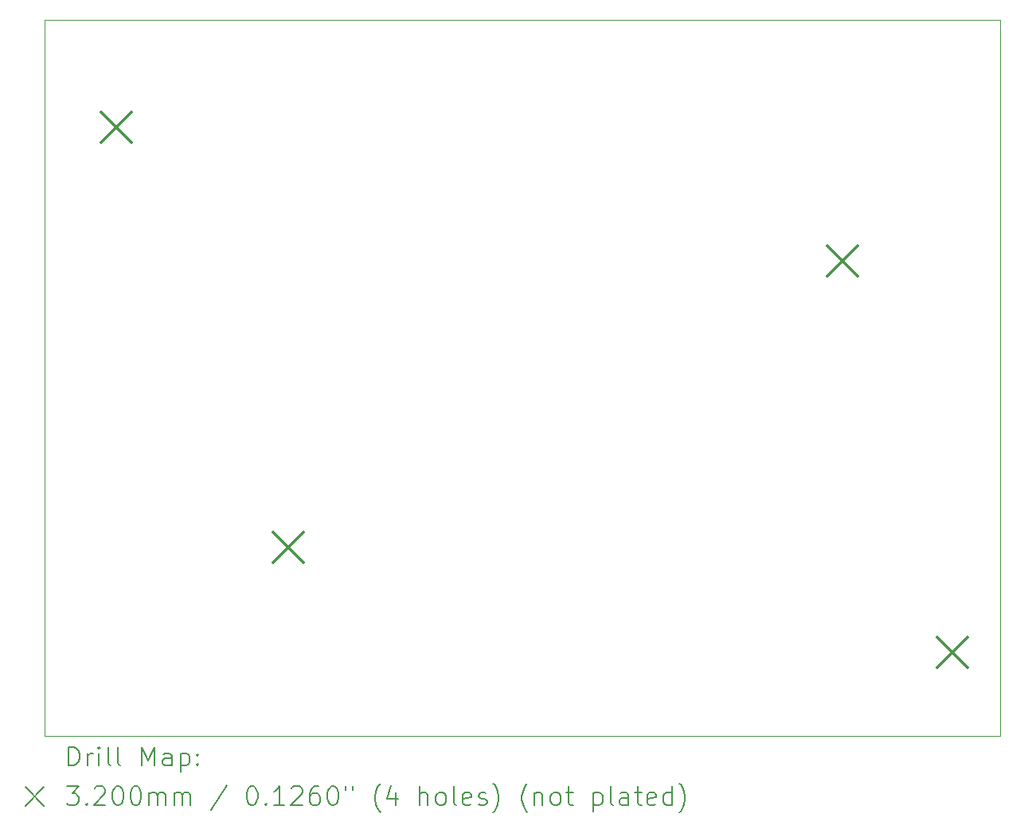
<source format=gbr>
%TF.GenerationSoftware,KiCad,Pcbnew,9.0.5*%
%TF.CreationDate,2025-11-15T17:59:55+00:00*%
%TF.ProjectId,gk-controls,676b2d63-6f6e-4747-926f-6c732e6b6963,rev?*%
%TF.SameCoordinates,Original*%
%TF.FileFunction,Drillmap*%
%TF.FilePolarity,Positive*%
%FSLAX45Y45*%
G04 Gerber Fmt 4.5, Leading zero omitted, Abs format (unit mm)*
G04 Created by KiCad (PCBNEW 9.0.5) date 2025-11-15 17:59:55*
%MOMM*%
%LPD*%
G01*
G04 APERTURE LIST*
%ADD10C,0.050000*%
%ADD11C,0.200000*%
%ADD12C,0.320000*%
G04 APERTURE END LIST*
D10*
X5588000Y-3048000D02*
X15748000Y-3048000D01*
X15748000Y-10668000D01*
X5588000Y-10668000D01*
X5588000Y-3048000D01*
D11*
D12*
X6190000Y-4031000D02*
X6510000Y-4351000D01*
X6510000Y-4031000D02*
X6190000Y-4351000D01*
X8018800Y-8501400D02*
X8338800Y-8821400D01*
X8338800Y-8501400D02*
X8018800Y-8821400D01*
X13910866Y-5453613D02*
X14230866Y-5773613D01*
X14230866Y-5453613D02*
X13910866Y-5773613D01*
X15080000Y-9619000D02*
X15400000Y-9939000D01*
X15400000Y-9619000D02*
X15080000Y-9939000D01*
D11*
X5846277Y-10981984D02*
X5846277Y-10781984D01*
X5846277Y-10781984D02*
X5893896Y-10781984D01*
X5893896Y-10781984D02*
X5922467Y-10791508D01*
X5922467Y-10791508D02*
X5941515Y-10810555D01*
X5941515Y-10810555D02*
X5951039Y-10829603D01*
X5951039Y-10829603D02*
X5960562Y-10867698D01*
X5960562Y-10867698D02*
X5960562Y-10896270D01*
X5960562Y-10896270D02*
X5951039Y-10934365D01*
X5951039Y-10934365D02*
X5941515Y-10953412D01*
X5941515Y-10953412D02*
X5922467Y-10972460D01*
X5922467Y-10972460D02*
X5893896Y-10981984D01*
X5893896Y-10981984D02*
X5846277Y-10981984D01*
X6046277Y-10981984D02*
X6046277Y-10848650D01*
X6046277Y-10886746D02*
X6055801Y-10867698D01*
X6055801Y-10867698D02*
X6065324Y-10858174D01*
X6065324Y-10858174D02*
X6084372Y-10848650D01*
X6084372Y-10848650D02*
X6103420Y-10848650D01*
X6170086Y-10981984D02*
X6170086Y-10848650D01*
X6170086Y-10781984D02*
X6160562Y-10791508D01*
X6160562Y-10791508D02*
X6170086Y-10801031D01*
X6170086Y-10801031D02*
X6179610Y-10791508D01*
X6179610Y-10791508D02*
X6170086Y-10781984D01*
X6170086Y-10781984D02*
X6170086Y-10801031D01*
X6293896Y-10981984D02*
X6274848Y-10972460D01*
X6274848Y-10972460D02*
X6265324Y-10953412D01*
X6265324Y-10953412D02*
X6265324Y-10781984D01*
X6398658Y-10981984D02*
X6379610Y-10972460D01*
X6379610Y-10972460D02*
X6370086Y-10953412D01*
X6370086Y-10953412D02*
X6370086Y-10781984D01*
X6627229Y-10981984D02*
X6627229Y-10781984D01*
X6627229Y-10781984D02*
X6693896Y-10924841D01*
X6693896Y-10924841D02*
X6760562Y-10781984D01*
X6760562Y-10781984D02*
X6760562Y-10981984D01*
X6941515Y-10981984D02*
X6941515Y-10877222D01*
X6941515Y-10877222D02*
X6931991Y-10858174D01*
X6931991Y-10858174D02*
X6912943Y-10848650D01*
X6912943Y-10848650D02*
X6874848Y-10848650D01*
X6874848Y-10848650D02*
X6855801Y-10858174D01*
X6941515Y-10972460D02*
X6922467Y-10981984D01*
X6922467Y-10981984D02*
X6874848Y-10981984D01*
X6874848Y-10981984D02*
X6855801Y-10972460D01*
X6855801Y-10972460D02*
X6846277Y-10953412D01*
X6846277Y-10953412D02*
X6846277Y-10934365D01*
X6846277Y-10934365D02*
X6855801Y-10915317D01*
X6855801Y-10915317D02*
X6874848Y-10905793D01*
X6874848Y-10905793D02*
X6922467Y-10905793D01*
X6922467Y-10905793D02*
X6941515Y-10896270D01*
X7036753Y-10848650D02*
X7036753Y-11048650D01*
X7036753Y-10858174D02*
X7055801Y-10848650D01*
X7055801Y-10848650D02*
X7093896Y-10848650D01*
X7093896Y-10848650D02*
X7112943Y-10858174D01*
X7112943Y-10858174D02*
X7122467Y-10867698D01*
X7122467Y-10867698D02*
X7131991Y-10886746D01*
X7131991Y-10886746D02*
X7131991Y-10943889D01*
X7131991Y-10943889D02*
X7122467Y-10962936D01*
X7122467Y-10962936D02*
X7112943Y-10972460D01*
X7112943Y-10972460D02*
X7093896Y-10981984D01*
X7093896Y-10981984D02*
X7055801Y-10981984D01*
X7055801Y-10981984D02*
X7036753Y-10972460D01*
X7217705Y-10962936D02*
X7227229Y-10972460D01*
X7227229Y-10972460D02*
X7217705Y-10981984D01*
X7217705Y-10981984D02*
X7208182Y-10972460D01*
X7208182Y-10972460D02*
X7217705Y-10962936D01*
X7217705Y-10962936D02*
X7217705Y-10981984D01*
X7217705Y-10858174D02*
X7227229Y-10867698D01*
X7227229Y-10867698D02*
X7217705Y-10877222D01*
X7217705Y-10877222D02*
X7208182Y-10867698D01*
X7208182Y-10867698D02*
X7217705Y-10858174D01*
X7217705Y-10858174D02*
X7217705Y-10877222D01*
X5385500Y-11210500D02*
X5585500Y-11410500D01*
X5585500Y-11210500D02*
X5385500Y-11410500D01*
X5827229Y-11201984D02*
X5951039Y-11201984D01*
X5951039Y-11201984D02*
X5884372Y-11278174D01*
X5884372Y-11278174D02*
X5912943Y-11278174D01*
X5912943Y-11278174D02*
X5931991Y-11287698D01*
X5931991Y-11287698D02*
X5941515Y-11297222D01*
X5941515Y-11297222D02*
X5951039Y-11316269D01*
X5951039Y-11316269D02*
X5951039Y-11363888D01*
X5951039Y-11363888D02*
X5941515Y-11382936D01*
X5941515Y-11382936D02*
X5931991Y-11392460D01*
X5931991Y-11392460D02*
X5912943Y-11401984D01*
X5912943Y-11401984D02*
X5855801Y-11401984D01*
X5855801Y-11401984D02*
X5836753Y-11392460D01*
X5836753Y-11392460D02*
X5827229Y-11382936D01*
X6036753Y-11382936D02*
X6046277Y-11392460D01*
X6046277Y-11392460D02*
X6036753Y-11401984D01*
X6036753Y-11401984D02*
X6027229Y-11392460D01*
X6027229Y-11392460D02*
X6036753Y-11382936D01*
X6036753Y-11382936D02*
X6036753Y-11401984D01*
X6122467Y-11221031D02*
X6131991Y-11211508D01*
X6131991Y-11211508D02*
X6151039Y-11201984D01*
X6151039Y-11201984D02*
X6198658Y-11201984D01*
X6198658Y-11201984D02*
X6217705Y-11211508D01*
X6217705Y-11211508D02*
X6227229Y-11221031D01*
X6227229Y-11221031D02*
X6236753Y-11240079D01*
X6236753Y-11240079D02*
X6236753Y-11259127D01*
X6236753Y-11259127D02*
X6227229Y-11287698D01*
X6227229Y-11287698D02*
X6112943Y-11401984D01*
X6112943Y-11401984D02*
X6236753Y-11401984D01*
X6360562Y-11201984D02*
X6379610Y-11201984D01*
X6379610Y-11201984D02*
X6398658Y-11211508D01*
X6398658Y-11211508D02*
X6408182Y-11221031D01*
X6408182Y-11221031D02*
X6417705Y-11240079D01*
X6417705Y-11240079D02*
X6427229Y-11278174D01*
X6427229Y-11278174D02*
X6427229Y-11325793D01*
X6427229Y-11325793D02*
X6417705Y-11363888D01*
X6417705Y-11363888D02*
X6408182Y-11382936D01*
X6408182Y-11382936D02*
X6398658Y-11392460D01*
X6398658Y-11392460D02*
X6379610Y-11401984D01*
X6379610Y-11401984D02*
X6360562Y-11401984D01*
X6360562Y-11401984D02*
X6341515Y-11392460D01*
X6341515Y-11392460D02*
X6331991Y-11382936D01*
X6331991Y-11382936D02*
X6322467Y-11363888D01*
X6322467Y-11363888D02*
X6312943Y-11325793D01*
X6312943Y-11325793D02*
X6312943Y-11278174D01*
X6312943Y-11278174D02*
X6322467Y-11240079D01*
X6322467Y-11240079D02*
X6331991Y-11221031D01*
X6331991Y-11221031D02*
X6341515Y-11211508D01*
X6341515Y-11211508D02*
X6360562Y-11201984D01*
X6551039Y-11201984D02*
X6570086Y-11201984D01*
X6570086Y-11201984D02*
X6589134Y-11211508D01*
X6589134Y-11211508D02*
X6598658Y-11221031D01*
X6598658Y-11221031D02*
X6608182Y-11240079D01*
X6608182Y-11240079D02*
X6617705Y-11278174D01*
X6617705Y-11278174D02*
X6617705Y-11325793D01*
X6617705Y-11325793D02*
X6608182Y-11363888D01*
X6608182Y-11363888D02*
X6598658Y-11382936D01*
X6598658Y-11382936D02*
X6589134Y-11392460D01*
X6589134Y-11392460D02*
X6570086Y-11401984D01*
X6570086Y-11401984D02*
X6551039Y-11401984D01*
X6551039Y-11401984D02*
X6531991Y-11392460D01*
X6531991Y-11392460D02*
X6522467Y-11382936D01*
X6522467Y-11382936D02*
X6512943Y-11363888D01*
X6512943Y-11363888D02*
X6503420Y-11325793D01*
X6503420Y-11325793D02*
X6503420Y-11278174D01*
X6503420Y-11278174D02*
X6512943Y-11240079D01*
X6512943Y-11240079D02*
X6522467Y-11221031D01*
X6522467Y-11221031D02*
X6531991Y-11211508D01*
X6531991Y-11211508D02*
X6551039Y-11201984D01*
X6703420Y-11401984D02*
X6703420Y-11268650D01*
X6703420Y-11287698D02*
X6712943Y-11278174D01*
X6712943Y-11278174D02*
X6731991Y-11268650D01*
X6731991Y-11268650D02*
X6760563Y-11268650D01*
X6760563Y-11268650D02*
X6779610Y-11278174D01*
X6779610Y-11278174D02*
X6789134Y-11297222D01*
X6789134Y-11297222D02*
X6789134Y-11401984D01*
X6789134Y-11297222D02*
X6798658Y-11278174D01*
X6798658Y-11278174D02*
X6817705Y-11268650D01*
X6817705Y-11268650D02*
X6846277Y-11268650D01*
X6846277Y-11268650D02*
X6865324Y-11278174D01*
X6865324Y-11278174D02*
X6874848Y-11297222D01*
X6874848Y-11297222D02*
X6874848Y-11401984D01*
X6970086Y-11401984D02*
X6970086Y-11268650D01*
X6970086Y-11287698D02*
X6979610Y-11278174D01*
X6979610Y-11278174D02*
X6998658Y-11268650D01*
X6998658Y-11268650D02*
X7027229Y-11268650D01*
X7027229Y-11268650D02*
X7046277Y-11278174D01*
X7046277Y-11278174D02*
X7055801Y-11297222D01*
X7055801Y-11297222D02*
X7055801Y-11401984D01*
X7055801Y-11297222D02*
X7065324Y-11278174D01*
X7065324Y-11278174D02*
X7084372Y-11268650D01*
X7084372Y-11268650D02*
X7112943Y-11268650D01*
X7112943Y-11268650D02*
X7131991Y-11278174D01*
X7131991Y-11278174D02*
X7141515Y-11297222D01*
X7141515Y-11297222D02*
X7141515Y-11401984D01*
X7531991Y-11192460D02*
X7360563Y-11449603D01*
X7789134Y-11201984D02*
X7808182Y-11201984D01*
X7808182Y-11201984D02*
X7827229Y-11211508D01*
X7827229Y-11211508D02*
X7836753Y-11221031D01*
X7836753Y-11221031D02*
X7846277Y-11240079D01*
X7846277Y-11240079D02*
X7855801Y-11278174D01*
X7855801Y-11278174D02*
X7855801Y-11325793D01*
X7855801Y-11325793D02*
X7846277Y-11363888D01*
X7846277Y-11363888D02*
X7836753Y-11382936D01*
X7836753Y-11382936D02*
X7827229Y-11392460D01*
X7827229Y-11392460D02*
X7808182Y-11401984D01*
X7808182Y-11401984D02*
X7789134Y-11401984D01*
X7789134Y-11401984D02*
X7770086Y-11392460D01*
X7770086Y-11392460D02*
X7760563Y-11382936D01*
X7760563Y-11382936D02*
X7751039Y-11363888D01*
X7751039Y-11363888D02*
X7741515Y-11325793D01*
X7741515Y-11325793D02*
X7741515Y-11278174D01*
X7741515Y-11278174D02*
X7751039Y-11240079D01*
X7751039Y-11240079D02*
X7760563Y-11221031D01*
X7760563Y-11221031D02*
X7770086Y-11211508D01*
X7770086Y-11211508D02*
X7789134Y-11201984D01*
X7941515Y-11382936D02*
X7951039Y-11392460D01*
X7951039Y-11392460D02*
X7941515Y-11401984D01*
X7941515Y-11401984D02*
X7931991Y-11392460D01*
X7931991Y-11392460D02*
X7941515Y-11382936D01*
X7941515Y-11382936D02*
X7941515Y-11401984D01*
X8141515Y-11401984D02*
X8027229Y-11401984D01*
X8084372Y-11401984D02*
X8084372Y-11201984D01*
X8084372Y-11201984D02*
X8065325Y-11230555D01*
X8065325Y-11230555D02*
X8046277Y-11249603D01*
X8046277Y-11249603D02*
X8027229Y-11259127D01*
X8217706Y-11221031D02*
X8227229Y-11211508D01*
X8227229Y-11211508D02*
X8246277Y-11201984D01*
X8246277Y-11201984D02*
X8293896Y-11201984D01*
X8293896Y-11201984D02*
X8312944Y-11211508D01*
X8312944Y-11211508D02*
X8322467Y-11221031D01*
X8322467Y-11221031D02*
X8331991Y-11240079D01*
X8331991Y-11240079D02*
X8331991Y-11259127D01*
X8331991Y-11259127D02*
X8322467Y-11287698D01*
X8322467Y-11287698D02*
X8208182Y-11401984D01*
X8208182Y-11401984D02*
X8331991Y-11401984D01*
X8503420Y-11201984D02*
X8465325Y-11201984D01*
X8465325Y-11201984D02*
X8446277Y-11211508D01*
X8446277Y-11211508D02*
X8436753Y-11221031D01*
X8436753Y-11221031D02*
X8417706Y-11249603D01*
X8417706Y-11249603D02*
X8408182Y-11287698D01*
X8408182Y-11287698D02*
X8408182Y-11363888D01*
X8408182Y-11363888D02*
X8417706Y-11382936D01*
X8417706Y-11382936D02*
X8427229Y-11392460D01*
X8427229Y-11392460D02*
X8446277Y-11401984D01*
X8446277Y-11401984D02*
X8484372Y-11401984D01*
X8484372Y-11401984D02*
X8503420Y-11392460D01*
X8503420Y-11392460D02*
X8512944Y-11382936D01*
X8512944Y-11382936D02*
X8522468Y-11363888D01*
X8522468Y-11363888D02*
X8522468Y-11316269D01*
X8522468Y-11316269D02*
X8512944Y-11297222D01*
X8512944Y-11297222D02*
X8503420Y-11287698D01*
X8503420Y-11287698D02*
X8484372Y-11278174D01*
X8484372Y-11278174D02*
X8446277Y-11278174D01*
X8446277Y-11278174D02*
X8427229Y-11287698D01*
X8427229Y-11287698D02*
X8417706Y-11297222D01*
X8417706Y-11297222D02*
X8408182Y-11316269D01*
X8646277Y-11201984D02*
X8665325Y-11201984D01*
X8665325Y-11201984D02*
X8684372Y-11211508D01*
X8684372Y-11211508D02*
X8693896Y-11221031D01*
X8693896Y-11221031D02*
X8703420Y-11240079D01*
X8703420Y-11240079D02*
X8712944Y-11278174D01*
X8712944Y-11278174D02*
X8712944Y-11325793D01*
X8712944Y-11325793D02*
X8703420Y-11363888D01*
X8703420Y-11363888D02*
X8693896Y-11382936D01*
X8693896Y-11382936D02*
X8684372Y-11392460D01*
X8684372Y-11392460D02*
X8665325Y-11401984D01*
X8665325Y-11401984D02*
X8646277Y-11401984D01*
X8646277Y-11401984D02*
X8627229Y-11392460D01*
X8627229Y-11392460D02*
X8617706Y-11382936D01*
X8617706Y-11382936D02*
X8608182Y-11363888D01*
X8608182Y-11363888D02*
X8598658Y-11325793D01*
X8598658Y-11325793D02*
X8598658Y-11278174D01*
X8598658Y-11278174D02*
X8608182Y-11240079D01*
X8608182Y-11240079D02*
X8617706Y-11221031D01*
X8617706Y-11221031D02*
X8627229Y-11211508D01*
X8627229Y-11211508D02*
X8646277Y-11201984D01*
X8789134Y-11201984D02*
X8789134Y-11240079D01*
X8865325Y-11201984D02*
X8865325Y-11240079D01*
X9160563Y-11478174D02*
X9151039Y-11468650D01*
X9151039Y-11468650D02*
X9131991Y-11440079D01*
X9131991Y-11440079D02*
X9122468Y-11421031D01*
X9122468Y-11421031D02*
X9112944Y-11392460D01*
X9112944Y-11392460D02*
X9103420Y-11344841D01*
X9103420Y-11344841D02*
X9103420Y-11306746D01*
X9103420Y-11306746D02*
X9112944Y-11259127D01*
X9112944Y-11259127D02*
X9122468Y-11230555D01*
X9122468Y-11230555D02*
X9131991Y-11211508D01*
X9131991Y-11211508D02*
X9151039Y-11182936D01*
X9151039Y-11182936D02*
X9160563Y-11173412D01*
X9322468Y-11268650D02*
X9322468Y-11401984D01*
X9274849Y-11192460D02*
X9227230Y-11335317D01*
X9227230Y-11335317D02*
X9351039Y-11335317D01*
X9579611Y-11401984D02*
X9579611Y-11201984D01*
X9665325Y-11401984D02*
X9665325Y-11297222D01*
X9665325Y-11297222D02*
X9655801Y-11278174D01*
X9655801Y-11278174D02*
X9636753Y-11268650D01*
X9636753Y-11268650D02*
X9608182Y-11268650D01*
X9608182Y-11268650D02*
X9589134Y-11278174D01*
X9589134Y-11278174D02*
X9579611Y-11287698D01*
X9789134Y-11401984D02*
X9770087Y-11392460D01*
X9770087Y-11392460D02*
X9760563Y-11382936D01*
X9760563Y-11382936D02*
X9751039Y-11363888D01*
X9751039Y-11363888D02*
X9751039Y-11306746D01*
X9751039Y-11306746D02*
X9760563Y-11287698D01*
X9760563Y-11287698D02*
X9770087Y-11278174D01*
X9770087Y-11278174D02*
X9789134Y-11268650D01*
X9789134Y-11268650D02*
X9817706Y-11268650D01*
X9817706Y-11268650D02*
X9836753Y-11278174D01*
X9836753Y-11278174D02*
X9846277Y-11287698D01*
X9846277Y-11287698D02*
X9855801Y-11306746D01*
X9855801Y-11306746D02*
X9855801Y-11363888D01*
X9855801Y-11363888D02*
X9846277Y-11382936D01*
X9846277Y-11382936D02*
X9836753Y-11392460D01*
X9836753Y-11392460D02*
X9817706Y-11401984D01*
X9817706Y-11401984D02*
X9789134Y-11401984D01*
X9970087Y-11401984D02*
X9951039Y-11392460D01*
X9951039Y-11392460D02*
X9941515Y-11373412D01*
X9941515Y-11373412D02*
X9941515Y-11201984D01*
X10122468Y-11392460D02*
X10103420Y-11401984D01*
X10103420Y-11401984D02*
X10065325Y-11401984D01*
X10065325Y-11401984D02*
X10046277Y-11392460D01*
X10046277Y-11392460D02*
X10036753Y-11373412D01*
X10036753Y-11373412D02*
X10036753Y-11297222D01*
X10036753Y-11297222D02*
X10046277Y-11278174D01*
X10046277Y-11278174D02*
X10065325Y-11268650D01*
X10065325Y-11268650D02*
X10103420Y-11268650D01*
X10103420Y-11268650D02*
X10122468Y-11278174D01*
X10122468Y-11278174D02*
X10131992Y-11297222D01*
X10131992Y-11297222D02*
X10131992Y-11316269D01*
X10131992Y-11316269D02*
X10036753Y-11335317D01*
X10208182Y-11392460D02*
X10227230Y-11401984D01*
X10227230Y-11401984D02*
X10265325Y-11401984D01*
X10265325Y-11401984D02*
X10284373Y-11392460D01*
X10284373Y-11392460D02*
X10293896Y-11373412D01*
X10293896Y-11373412D02*
X10293896Y-11363888D01*
X10293896Y-11363888D02*
X10284373Y-11344841D01*
X10284373Y-11344841D02*
X10265325Y-11335317D01*
X10265325Y-11335317D02*
X10236753Y-11335317D01*
X10236753Y-11335317D02*
X10217706Y-11325793D01*
X10217706Y-11325793D02*
X10208182Y-11306746D01*
X10208182Y-11306746D02*
X10208182Y-11297222D01*
X10208182Y-11297222D02*
X10217706Y-11278174D01*
X10217706Y-11278174D02*
X10236753Y-11268650D01*
X10236753Y-11268650D02*
X10265325Y-11268650D01*
X10265325Y-11268650D02*
X10284373Y-11278174D01*
X10360563Y-11478174D02*
X10370087Y-11468650D01*
X10370087Y-11468650D02*
X10389134Y-11440079D01*
X10389134Y-11440079D02*
X10398658Y-11421031D01*
X10398658Y-11421031D02*
X10408182Y-11392460D01*
X10408182Y-11392460D02*
X10417706Y-11344841D01*
X10417706Y-11344841D02*
X10417706Y-11306746D01*
X10417706Y-11306746D02*
X10408182Y-11259127D01*
X10408182Y-11259127D02*
X10398658Y-11230555D01*
X10398658Y-11230555D02*
X10389134Y-11211508D01*
X10389134Y-11211508D02*
X10370087Y-11182936D01*
X10370087Y-11182936D02*
X10360563Y-11173412D01*
X10722468Y-11478174D02*
X10712944Y-11468650D01*
X10712944Y-11468650D02*
X10693896Y-11440079D01*
X10693896Y-11440079D02*
X10684373Y-11421031D01*
X10684373Y-11421031D02*
X10674849Y-11392460D01*
X10674849Y-11392460D02*
X10665325Y-11344841D01*
X10665325Y-11344841D02*
X10665325Y-11306746D01*
X10665325Y-11306746D02*
X10674849Y-11259127D01*
X10674849Y-11259127D02*
X10684373Y-11230555D01*
X10684373Y-11230555D02*
X10693896Y-11211508D01*
X10693896Y-11211508D02*
X10712944Y-11182936D01*
X10712944Y-11182936D02*
X10722468Y-11173412D01*
X10798658Y-11268650D02*
X10798658Y-11401984D01*
X10798658Y-11287698D02*
X10808182Y-11278174D01*
X10808182Y-11278174D02*
X10827230Y-11268650D01*
X10827230Y-11268650D02*
X10855801Y-11268650D01*
X10855801Y-11268650D02*
X10874849Y-11278174D01*
X10874849Y-11278174D02*
X10884373Y-11297222D01*
X10884373Y-11297222D02*
X10884373Y-11401984D01*
X11008182Y-11401984D02*
X10989134Y-11392460D01*
X10989134Y-11392460D02*
X10979611Y-11382936D01*
X10979611Y-11382936D02*
X10970087Y-11363888D01*
X10970087Y-11363888D02*
X10970087Y-11306746D01*
X10970087Y-11306746D02*
X10979611Y-11287698D01*
X10979611Y-11287698D02*
X10989134Y-11278174D01*
X10989134Y-11278174D02*
X11008182Y-11268650D01*
X11008182Y-11268650D02*
X11036754Y-11268650D01*
X11036754Y-11268650D02*
X11055801Y-11278174D01*
X11055801Y-11278174D02*
X11065325Y-11287698D01*
X11065325Y-11287698D02*
X11074849Y-11306746D01*
X11074849Y-11306746D02*
X11074849Y-11363888D01*
X11074849Y-11363888D02*
X11065325Y-11382936D01*
X11065325Y-11382936D02*
X11055801Y-11392460D01*
X11055801Y-11392460D02*
X11036754Y-11401984D01*
X11036754Y-11401984D02*
X11008182Y-11401984D01*
X11131992Y-11268650D02*
X11208182Y-11268650D01*
X11160563Y-11201984D02*
X11160563Y-11373412D01*
X11160563Y-11373412D02*
X11170087Y-11392460D01*
X11170087Y-11392460D02*
X11189134Y-11401984D01*
X11189134Y-11401984D02*
X11208182Y-11401984D01*
X11427230Y-11268650D02*
X11427230Y-11468650D01*
X11427230Y-11278174D02*
X11446277Y-11268650D01*
X11446277Y-11268650D02*
X11484373Y-11268650D01*
X11484373Y-11268650D02*
X11503420Y-11278174D01*
X11503420Y-11278174D02*
X11512944Y-11287698D01*
X11512944Y-11287698D02*
X11522468Y-11306746D01*
X11522468Y-11306746D02*
X11522468Y-11363888D01*
X11522468Y-11363888D02*
X11512944Y-11382936D01*
X11512944Y-11382936D02*
X11503420Y-11392460D01*
X11503420Y-11392460D02*
X11484373Y-11401984D01*
X11484373Y-11401984D02*
X11446277Y-11401984D01*
X11446277Y-11401984D02*
X11427230Y-11392460D01*
X11636753Y-11401984D02*
X11617706Y-11392460D01*
X11617706Y-11392460D02*
X11608182Y-11373412D01*
X11608182Y-11373412D02*
X11608182Y-11201984D01*
X11798658Y-11401984D02*
X11798658Y-11297222D01*
X11798658Y-11297222D02*
X11789134Y-11278174D01*
X11789134Y-11278174D02*
X11770087Y-11268650D01*
X11770087Y-11268650D02*
X11731992Y-11268650D01*
X11731992Y-11268650D02*
X11712944Y-11278174D01*
X11798658Y-11392460D02*
X11779611Y-11401984D01*
X11779611Y-11401984D02*
X11731992Y-11401984D01*
X11731992Y-11401984D02*
X11712944Y-11392460D01*
X11712944Y-11392460D02*
X11703420Y-11373412D01*
X11703420Y-11373412D02*
X11703420Y-11354365D01*
X11703420Y-11354365D02*
X11712944Y-11335317D01*
X11712944Y-11335317D02*
X11731992Y-11325793D01*
X11731992Y-11325793D02*
X11779611Y-11325793D01*
X11779611Y-11325793D02*
X11798658Y-11316269D01*
X11865325Y-11268650D02*
X11941515Y-11268650D01*
X11893896Y-11201984D02*
X11893896Y-11373412D01*
X11893896Y-11373412D02*
X11903420Y-11392460D01*
X11903420Y-11392460D02*
X11922468Y-11401984D01*
X11922468Y-11401984D02*
X11941515Y-11401984D01*
X12084373Y-11392460D02*
X12065325Y-11401984D01*
X12065325Y-11401984D02*
X12027230Y-11401984D01*
X12027230Y-11401984D02*
X12008182Y-11392460D01*
X12008182Y-11392460D02*
X11998658Y-11373412D01*
X11998658Y-11373412D02*
X11998658Y-11297222D01*
X11998658Y-11297222D02*
X12008182Y-11278174D01*
X12008182Y-11278174D02*
X12027230Y-11268650D01*
X12027230Y-11268650D02*
X12065325Y-11268650D01*
X12065325Y-11268650D02*
X12084373Y-11278174D01*
X12084373Y-11278174D02*
X12093896Y-11297222D01*
X12093896Y-11297222D02*
X12093896Y-11316269D01*
X12093896Y-11316269D02*
X11998658Y-11335317D01*
X12265325Y-11401984D02*
X12265325Y-11201984D01*
X12265325Y-11392460D02*
X12246277Y-11401984D01*
X12246277Y-11401984D02*
X12208182Y-11401984D01*
X12208182Y-11401984D02*
X12189134Y-11392460D01*
X12189134Y-11392460D02*
X12179611Y-11382936D01*
X12179611Y-11382936D02*
X12170087Y-11363888D01*
X12170087Y-11363888D02*
X12170087Y-11306746D01*
X12170087Y-11306746D02*
X12179611Y-11287698D01*
X12179611Y-11287698D02*
X12189134Y-11278174D01*
X12189134Y-11278174D02*
X12208182Y-11268650D01*
X12208182Y-11268650D02*
X12246277Y-11268650D01*
X12246277Y-11268650D02*
X12265325Y-11278174D01*
X12341515Y-11478174D02*
X12351039Y-11468650D01*
X12351039Y-11468650D02*
X12370087Y-11440079D01*
X12370087Y-11440079D02*
X12379611Y-11421031D01*
X12379611Y-11421031D02*
X12389134Y-11392460D01*
X12389134Y-11392460D02*
X12398658Y-11344841D01*
X12398658Y-11344841D02*
X12398658Y-11306746D01*
X12398658Y-11306746D02*
X12389134Y-11259127D01*
X12389134Y-11259127D02*
X12379611Y-11230555D01*
X12379611Y-11230555D02*
X12370087Y-11211508D01*
X12370087Y-11211508D02*
X12351039Y-11182936D01*
X12351039Y-11182936D02*
X12341515Y-11173412D01*
M02*

</source>
